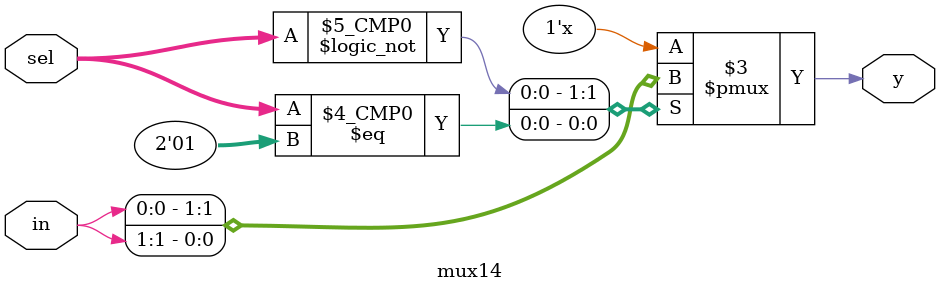
<source format=v>

module mux14 (input [1:0] in,
                            input [1:0] sel,
                            output reg y);

    always @(*) begin
        case(sel)
            1'b0: y = in[0];
            1'b1: y = in[1];
        endcase
    end
    

endmodule
</source>
